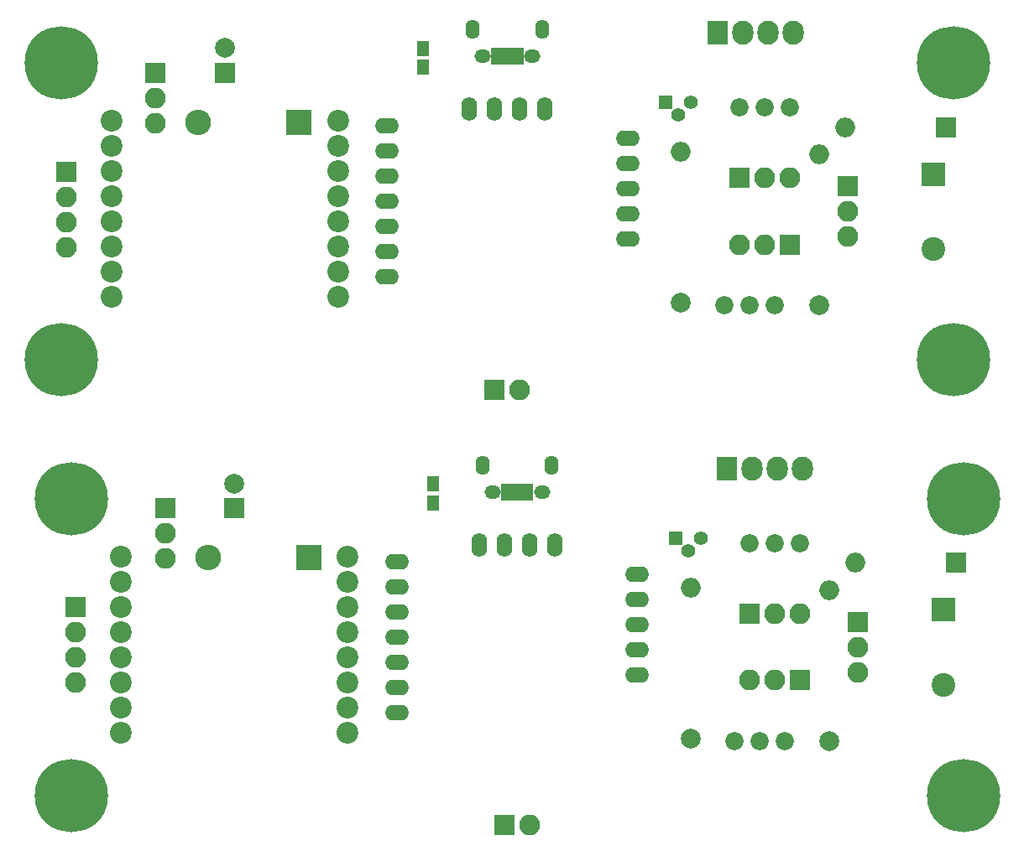
<source format=gts>
%MOIN*%
%OFA0B0*%
%FSLAX46Y46*%
%IPPOS*%
%LPD*%
%ADD10C,0.0039370078740157488*%
%ADD11R,0.094488188976377951X0.094488188976377951*%
%ADD12C,0.094488188976377951*%
%ADD13R,0.0452755905511811X0.062992125984251982*%
%ADD14R,0.07874015748031496X0.07874015748031496*%
%ADD15C,0.07874015748031496*%
%ADD16O,0.07874015748031496X0.07874015748031496*%
%ADD17C,0.29133858267716539*%
%ADD18R,0.031496062992125991X0.068897637795275593*%
%ADD19O,0.064960629921259838X0.053149606299212608*%
%ADD20O,0.055118110236220472X0.076771653543307089*%
%ADD21R,0.082677165354330714X0.082677165354330714*%
%ADD22O,0.082677165354330714X0.082677165354330714*%
%ADD23C,0.055118110236220472*%
%ADD24R,0.055118110236220472X0.055118110236220472*%
%ADD25C,0.072440944881889777*%
%ADD26R,0.083748031496063011X0.095748031496063*%
%ADD27O,0.083748031496063011X0.095748031496063*%
%ADD28C,0.086614173228346469*%
%ADD29O,0.094488188976377951X0.062992125984251982*%
%ADD30O,0.062992125984251982X0.094488188976377951*%
%ADD31R,0.10236220472440946X0.10236220472440946*%
%ADD32O,0.10236220472440946X0.10236220472440946*%
%ADD43C,0.0039370078740157488*%
%ADD44R,0.094488188976377951X0.094488188976377951*%
%ADD45C,0.094488188976377951*%
%ADD46R,0.0452755905511811X0.062992125984251982*%
%ADD47R,0.07874015748031496X0.07874015748031496*%
%ADD48C,0.07874015748031496*%
%ADD49O,0.07874015748031496X0.07874015748031496*%
%ADD50C,0.29133858267716539*%
%ADD51R,0.031496062992125991X0.068897637795275593*%
%ADD52O,0.064960629921259838X0.053149606299212608*%
%ADD53O,0.055118110236220472X0.076771653543307089*%
%ADD54R,0.082677165354330714X0.082677165354330714*%
%ADD55O,0.082677165354330714X0.082677165354330714*%
%ADD56C,0.055118110236220472*%
%ADD57R,0.055118110236220472X0.055118110236220472*%
%ADD58C,0.072440944881889777*%
%ADD59R,0.083748031496063011X0.095748031496063*%
%ADD60O,0.083748031496063011X0.095748031496063*%
%ADD61C,0.086614173228346469*%
%ADD62O,0.094488188976377951X0.062992125984251982*%
%ADD63O,0.062992125984251982X0.094488188976377951*%
%ADD64R,0.10236220472440946X0.10236220472440946*%
%ADD65O,0.10236220472440946X0.10236220472440946*%
%LPD*%
G01*
D10*
D11*
X-0000039370Y0003385826D02*
X0003622047Y0002746062D03*
D12*
X0003622047Y0002446850D03*
D13*
X0001594488Y0003171259D03*
X0001594488Y0003246062D03*
D14*
X0000807086Y0003149606D03*
D15*
X0000807086Y0003248031D03*
D14*
X0003671259Y0002933070D03*
D16*
X0003271259Y0002933070D03*
D17*
X0000157480Y0003188976D03*
X0000157480Y0002007874D03*
X0003700787Y0003188976D03*
X0003700787Y0002007874D03*
D18*
X0001980314Y0003214566D03*
X0001954724Y0003214566D03*
X0001929133Y0003214566D03*
X0001903543Y0003214566D03*
X0001877952Y0003214566D03*
D19*
X0002027559Y0003214566D03*
X0001830708Y0003214566D03*
D20*
X0002066929Y0003320866D03*
X0001791338Y0003320866D03*
D21*
X0000531496Y0003149606D03*
D22*
X0000531496Y0003049606D03*
X0000531496Y0002949606D03*
D23*
X0002609055Y0002981496D03*
X0002659055Y0003031496D03*
D24*
X0002559055Y0003031496D03*
D21*
X0001879921Y0001889763D03*
D22*
X0001979921Y0001889763D03*
D15*
X0002618110Y0002234251D03*
D16*
X0002618110Y0002834251D03*
D15*
X0003169291Y0002224409D03*
D16*
X0003169291Y0002824409D03*
D25*
X0003051181Y0003011811D03*
X0002951181Y0003011811D03*
X0002851181Y0003011811D03*
X0002992125Y0002224409D03*
X0002892125Y0002224409D03*
X0002792125Y0002224409D03*
D26*
X0002763385Y0003307086D03*
D27*
X0002863385Y0003307086D03*
X0002963385Y0003307086D03*
X0003063385Y0003307086D03*
D21*
X0000177165Y0002755905D03*
D22*
X0000177165Y0002655905D03*
X0000177165Y0002555905D03*
X0000177165Y0002455905D03*
D21*
X0003282047Y0002698425D03*
D22*
X0003282047Y0002598425D03*
X0003282047Y0002498425D03*
D21*
X0002852755Y0002730866D03*
D22*
X0002952755Y0002730866D03*
X0003052755Y0002730866D03*
D21*
X0003052755Y0002465984D03*
D22*
X0002952755Y0002465984D03*
X0002852755Y0002465984D03*
D28*
X0001257086Y0002257480D03*
X0001257086Y0002357480D03*
X0001257086Y0002457480D03*
X0001257086Y0002557480D03*
X0001257086Y0002657480D03*
X0001257086Y0002757480D03*
X0001257086Y0002857480D03*
X0001257086Y0002957480D03*
X0000357086Y0002957480D03*
X0000357086Y0002857480D03*
X0000357086Y0002757480D03*
X0000357086Y0002657480D03*
X0000357086Y0002557480D03*
X0000357086Y0002457480D03*
X0000357086Y0002357480D03*
X0000357086Y0002257480D03*
D29*
X0001451417Y0002937795D03*
X0001451417Y0002837795D03*
X0002406850Y0002887795D03*
X0001451417Y0002737795D03*
X0002406850Y0002787795D03*
X0001451417Y0002637795D03*
X0002406850Y0002687795D03*
X0001451417Y0002537795D03*
X0002406850Y0002587795D03*
X0001451417Y0002437795D03*
X0002406850Y0002487795D03*
X0001451417Y0002337795D03*
D30*
X0001779133Y0003003425D03*
X0001879133Y0003003425D03*
X0001979133Y0003003425D03*
X0002079133Y0003003425D03*
D31*
X0001102362Y0002952755D03*
D32*
X0000702362Y0002952755D03*
G04 next file*
%LPD*%
G04 #@! TF.FileFunction,Soldermask,Top*
G04 Gerber Fmt 4.6, Leading zero omitted, Abs format (unit mm)*
G04 Created by KiCad (PCBNEW 4.0.7) date 08/13/18 20:02:33*
G01*
G04 APERTURE LIST*
G04 APERTURE END LIST*
D43*
D44*
X0000000000Y0001653543D02*
X0003661417Y0001013779D03*
D45*
X0003661417Y0000714566D03*
D46*
X0001633858Y0001438976D03*
X0001633858Y0001513779D03*
D47*
X0000846456Y0001417322D03*
D48*
X0000846456Y0001515748D03*
D47*
X0003710629Y0001200787D03*
D49*
X0003310629Y0001200787D03*
D50*
X0000196850Y0001456692D03*
X0000196850Y0000275590D03*
X0003740157Y0001456692D03*
X0003740157Y0000275590D03*
D51*
X0002019685Y0001482283D03*
X0001994094Y0001482283D03*
X0001968503Y0001482283D03*
X0001942913Y0001482283D03*
X0001917322Y0001482283D03*
D52*
X0002066929Y0001482283D03*
X0001870078Y0001482283D03*
D53*
X0002106299Y0001588582D03*
X0001830708Y0001588582D03*
D54*
X0000570866Y0001417322D03*
D55*
X0000570866Y0001317322D03*
X0000570866Y0001217322D03*
D56*
X0002648425Y0001249212D03*
X0002698425Y0001299212D03*
D57*
X0002598425Y0001299212D03*
D54*
X0001919291Y0000157480D03*
D55*
X0002019291Y0000157480D03*
D48*
X0002657480Y0000501968D03*
D49*
X0002657480Y0001101968D03*
D48*
X0003208661Y0000492125D03*
D49*
X0003208661Y0001092125D03*
D58*
X0003090551Y0001279527D03*
X0002990551Y0001279527D03*
X0002890551Y0001279527D03*
X0003031496Y0000492125D03*
X0002931496Y0000492125D03*
X0002831496Y0000492125D03*
D59*
X0002802755Y0001574803D03*
D60*
X0002902755Y0001574803D03*
X0003002755Y0001574803D03*
X0003102755Y0001574803D03*
D54*
X0000216535Y0001023622D03*
D55*
X0000216535Y0000923622D03*
X0000216535Y0000823622D03*
X0000216535Y0000723622D03*
D54*
X0003321417Y0000966141D03*
D55*
X0003321417Y0000866141D03*
X0003321417Y0000766141D03*
D54*
X0002892125Y0000998582D03*
D55*
X0002992125Y0000998582D03*
X0003092125Y0000998582D03*
D54*
X0003092125Y0000733700D03*
D55*
X0002992125Y0000733700D03*
X0002892125Y0000733700D03*
D61*
X0001296456Y0000525196D03*
X0001296456Y0000625196D03*
X0001296456Y0000725196D03*
X0001296456Y0000825196D03*
X0001296456Y0000925196D03*
X0001296456Y0001025196D03*
X0001296456Y0001125196D03*
X0001296456Y0001225196D03*
X0000396456Y0001225196D03*
X0000396456Y0001125196D03*
X0000396456Y0001025196D03*
X0000396456Y0000925196D03*
X0000396456Y0000825196D03*
X0000396456Y0000725196D03*
X0000396456Y0000625196D03*
X0000396456Y0000525196D03*
D62*
X0001490787Y0001205511D03*
X0001490787Y0001105511D03*
X0002446220Y0001155511D03*
X0001490787Y0001005511D03*
X0002446220Y0001055511D03*
X0001490787Y0000905511D03*
X0002446220Y0000955511D03*
X0001490787Y0000805511D03*
X0002446220Y0000855511D03*
X0001490787Y0000705511D03*
X0002446220Y0000755511D03*
X0001490787Y0000605511D03*
D63*
X0001818503Y0001271141D03*
X0001918503Y0001271141D03*
X0002018503Y0001271141D03*
X0002118503Y0001271141D03*
D64*
X0001141732Y0001220472D03*
D65*
X0000741732Y0001220472D03*
M02*
</source>
